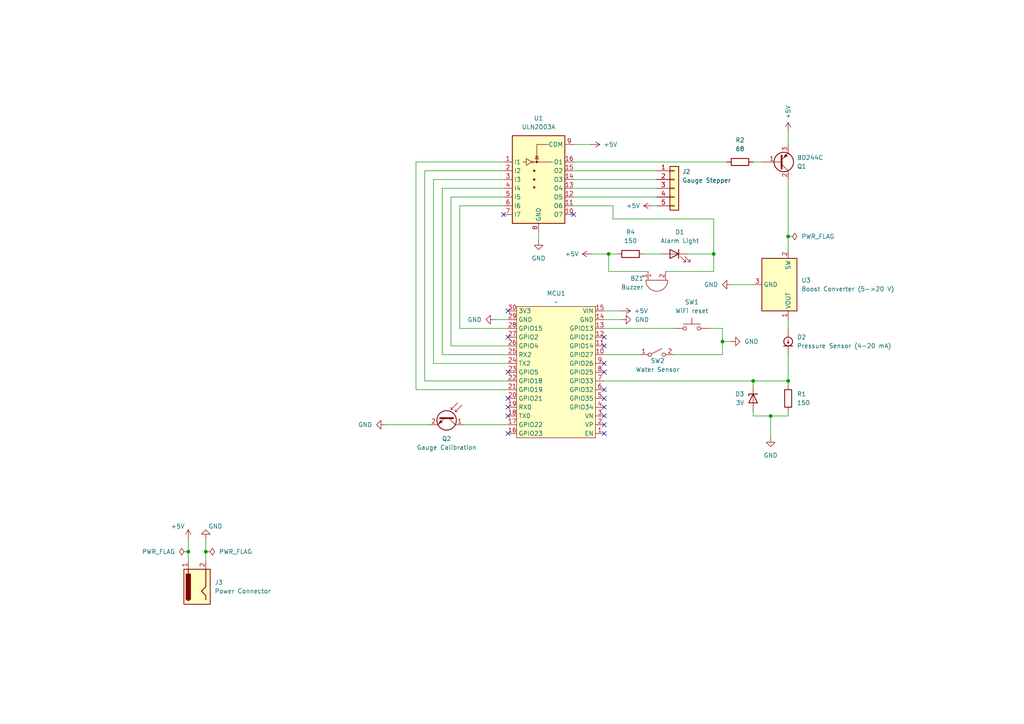
<source format=kicad_sch>
(kicad_sch (version 20231120) (generator "eeschema") (generator_version "8.0")
  (paper "A4")
  (title_block (title "Smart Cistern") (date "2024-06-27") (rev "0"))
  (lib_symbols
    (symbol "Cistern:ESP32-NodeMCU"
      (property "Reference" "MCU" (at -0.254 20.574 0))
      (symbol "ESP32-NodeMCU_0_1"
        (rectangle (start -11.43 19.05) (end 11.43 -19.05) (fill (type background)))
      )
      (symbol "ESP32-NodeMCU_1_1"
        (pin bidirectional line (at -13.97 17.78 0) (length 2.54) (name "EN") (number "1"))
        (pin bidirectional line (at -13.97 -5.08 0) (length 2.54) (name "GPIO27") (number "10"))
        (pin bidirectional line (at -13.97 -7.62 0) (length 2.54) (name "GPIO14") (number "11"))
        (pin bidirectional line (at -13.97 -10.16 0) (length 2.54) (name "GPIO12") (number "12"))
        (pin bidirectional line (at -13.97 -12.7 0) (length 2.54) (name "GPIO13") (number "13"))
        (pin passive line (at -13.97 -15.24 0) (length 2.54) (name "GND") (number "14"))
        (pin power_in line (at -13.97 -17.78 0) (length 2.54) (name "VIN") (number "15"))
        (pin bidirectional line (at 13.97 17.78 180) (length 2.54) (name "GPIO23") (number "16"))
        (pin bidirectional line (at 13.97 15.24 180) (length 2.54) (name "GPIO22") (number "17"))
        (pin bidirectional line (at 13.97 12.7 180) (length 2.54) (name "TX0") (number "18"))
        (pin bidirectional line (at 13.97 10.16 180) (length 2.54) (name "RX0") (number "19"))
        (pin bidirectional line (at -13.97 15.24 0) (length 2.54) (name "VP") (number "2"))
        (pin bidirectional line (at 13.97 7.62 180) (length 2.54) (name "GPIO21") (number "20"))
        (pin bidirectional line (at 13.97 5.08 180) (length 2.54) (name "GPIO19") (number "21"))
        (pin bidirectional line (at 13.97 2.54 180) (length 2.54) (name "GPIO18") (number "22"))
        (pin bidirectional line (at 13.97 0 180) (length 2.54) (name "GPIO5") (number "23"))
        (pin bidirectional line (at 13.97 -2.54 180) (length 2.54) (name "TX2") (number "24"))
        (pin bidirectional line (at 13.97 -5.08 180) (length 2.54) (name "RX2") (number "25"))
        (pin bidirectional line (at 13.97 -7.62 180) (length 2.54) (name "GPIO4") (number "26"))
        (pin bidirectional line (at 13.97 -10.16 180) (length 2.54) (name "GPIO2") (number "27"))
        (pin bidirectional line (at 13.97 -12.7 180) (length 2.54) (name "GPIO15") (number "28"))
        (pin passive line (at 13.97 -15.24 180) (length 2.54) (name "GND") (number "29"))
        (pin bidirectional line (at -13.97 12.7 0) (length 2.54) (name "VN") (number "3"))
        (pin bidirectional line (at 13.97 -17.78 180) (length 2.54) (name "3V3") (number "30"))
        (pin bidirectional line (at -13.97 10.16 0) (length 2.54) (name "GPIO34") (number "4"))
        (pin bidirectional line (at -13.97 7.62 0) (length 2.54) (name "GPIO35") (number "5"))
        (pin bidirectional line (at -13.97 5.08 0) (length 2.54) (name "GPIO32") (number "6"))
        (pin bidirectional line (at -13.97 2.54 0) (length 2.54) (name "GPIO33") (number "7"))
        (pin bidirectional line (at -13.97 0 0) (length 2.54) (name "GPIO25") (number "8"))
        (pin bidirectional line (at -13.97 -2.54 0) (length 2.54) (name "GPIO26") (number "9"))
      )
    )
    (symbol "Connector:Jack-DC" (pin_names (offset 1.016))
      (property "Reference" "J" (at 0 5.334 0))
      (property "Value" "Jack-DC" (at 0 -5.08 0))
      (symbol "Jack-DC_0_1"
        (rectangle (start -5.08 3.81) (end 5.08 -3.81) (stroke (width 0.254)) (fill (type background)))
        (arc (start -3.302 3.175) (mid -3.9343 2.54) (end -3.302 1.905) (stroke (width 0.254)))
        (arc (start -3.302 3.175) (mid -3.9343 2.54) (end -3.302 1.905) (stroke (width 0.254)) (fill (type outline)))
        (polyline (pts (xy 5.08 2.54) (xy 3.81 2.54)) (stroke (width 0.254)))
        (polyline (pts (xy -3.81 -2.54) (xy -2.54 -2.54) (xy -1.27 -1.27) (xy 0 -2.54) (xy 2.54 -2.54) (xy 5.08 -2.54)) (stroke (width 0.254)))
        (rectangle (start 3.683 3.175) (end -3.302 1.905) (stroke (width 0.254)) (fill (type outline)))
      )
      (symbol "Jack-DC_1_1"
        (pin passive line (at 7.62 2.54 180) (length 2.54) (name "~") (number "1"))
        (pin passive line (at 7.62 -2.54 180) (length 2.54) (name "~") (number "2"))
      )
    )
    (symbol "Connector_Generic:Conn_01x05" (pin_names (offset 1.016) hide)
      (property "Reference" "J" (at 0 7.62 0))
      (property "Value" "Conn_01x05" (at 0 -7.62 0))
      (symbol "Conn_01x05_1_1"
        (rectangle (start -1.27 -4.953) (end 0 -5.207) (stroke (width 0.1524)))
        (rectangle (start -1.27 -2.413) (end 0 -2.667) (stroke (width 0.1524)))
        (rectangle (start -1.27 0.127) (end 0 -0.127) (stroke (width 0.1524)))
        (rectangle (start -1.27 2.667) (end 0 2.413) (stroke (width 0.1524)))
        (rectangle (start -1.27 5.207) (end 0 4.953) (stroke (width 0.1524)))
        (rectangle (start -1.27 6.35) (end 1.27 -6.35) (stroke (width 0.254)) (fill (type background)))
        (pin passive line (at -5.08 5.08 0) (length 3.81) (name "Pin_1") (number "1"))
        (pin passive line (at -5.08 2.54 0) (length 3.81) (name "Pin_2") (number "2"))
        (pin passive line (at -5.08 0 0) (length 3.81) (name "Pin_3") (number "3"))
        (pin passive line (at -5.08 -2.54 0) (length 3.81) (name "Pin_4") (number "4"))
        (pin passive line (at -5.08 -5.08 0) (length 3.81) (name "Pin_5") (number "5"))
      )
    )
    (symbol "Device:Buzzer" (pin_names (offset 0.0254) hide)
      (property "Reference" "BZ" (at 3.81 1.27 0))
      (property "Value" "Buzzer" (at 3.81 -1.27 0))
      (symbol "Buzzer_0_1"
        (arc (start 0 -3.175) (mid 3.1612 0) (end 0 3.175))
        (polyline (pts (xy -1.651 1.905) (xy -1.143 1.905)))
        (polyline (pts (xy -1.397 2.159) (xy -1.397 1.651)))
        (polyline (pts (xy 0 3.175) (xy 0 -3.175)))
      )
      (symbol "Buzzer_1_1"
        (pin passive line (at -2.54 2.54 0) (length 2.54) (name "+") (number "1"))
        (pin passive line (at -2.54 -2.54 0) (length 2.54) (name "-") (number "2"))
      )
    )
    (symbol "Device:D_Current-regulator" (pin_numbers hide) (pin_names (offset 1.016) hide)
      (property "Reference" "D" (at 0 2.54 0))
      (property "Value" "D_Current-regulator" (at 0 -2.54 0))
      (symbol "D_Current-regulator_0_1"
        (polyline (pts (xy -1.27 1.27) (xy -1.27 -1.27)) (stroke (width 0.254)))
      )
      (symbol "D_Current-regulator_1_1"
        (polyline (pts (xy -0.127 0) (xy 0.635 0)))
        (polyline (pts (xy -0.127 0.254) (xy -0.635 0) (xy -0.127 -0.254) (xy -0.127 0.254)) (fill (type outline)))
        (circle (center 0 0) (radius 1.27) (stroke (width 0.254)))
        (pin passive line (at -3.81 0 0) (length 2.54) (name "K") (number "1"))
        (pin passive line (at 3.81 0 180) (length 2.54) (name "A") (number "2"))
      )
    )
    (symbol "Device:D_Zener" (pin_numbers hide) (pin_names (offset 1.016) hide)
      (property "Reference" "D" (at 0 2.54 0))
      (property "Value" "D_Zener" (at 0 -2.54 0))
      (symbol "D_Zener_0_1"
        (polyline (pts (xy 1.27 0) (xy -1.27 0)))
        (polyline (pts (xy -1.27 -1.27) (xy -1.27 1.27) (xy -0.762 1.27)) (stroke (width 0.254)))
        (polyline (pts (xy 1.27 -1.27) (xy 1.27 1.27) (xy -1.27 0) (xy 1.27 -1.27)) (stroke (width 0.254)))
      )
      (symbol "D_Zener_1_1"
        (pin passive line (at -3.81 0 0) (length 2.54) (name "K") (number "1"))
        (pin passive line (at 3.81 0 180) (length 2.54) (name "A") (number "2"))
      )
    )
    (symbol "Device:LED" (pin_numbers hide) (pin_names (offset 1.016) hide)
      (property "Reference" "D" (at 0 2.54 0))
      (property "Value" "LED" (at 0 -2.54 0))
      (symbol "LED_0_1"
        (polyline (pts (xy -1.27 -1.27) (xy -1.27 1.27)) (stroke (width 0.254)))
        (polyline (pts (xy -1.27 0) (xy 1.27 0)))
        (polyline (pts (xy 1.27 -1.27) (xy 1.27 1.27) (xy -1.27 0) (xy 1.27 -1.27)) (stroke (width 0.254)))
        (polyline (pts (xy -3.048 -0.762) (xy -4.572 -2.286) (xy -3.81 -2.286) (xy -4.572 -2.286) (xy -4.572 -1.524)))
        (polyline (pts (xy -1.778 -0.762) (xy -3.302 -2.286) (xy -2.54 -2.286) (xy -3.302 -2.286) (xy -3.302 -1.524)))
      )
      (symbol "LED_1_1"
        (pin passive line (at -3.81 0 0) (length 2.54) (name "K") (number "1"))
        (pin passive line (at 3.81 0 180) (length 2.54) (name "A") (number "2"))
      )
    )
    (symbol "Device:Q_PNP_BCE" (pin_names (offset 0) hide)
      (property "Reference" "Q" (at 5.08 1.27 0))
      (property "Value" "Q_PNP_BCE" (at 5.08 -1.27 0))
      (symbol "Q_PNP_BCE_0_1"
        (polyline (pts (xy 0.635 0.635) (xy 2.54 2.54)))
        (polyline (pts (xy 0.635 -0.635) (xy 2.54 -2.54) (xy 2.54 -2.54)))
        (polyline (pts (xy 0.635 1.905) (xy 0.635 -1.905) (xy 0.635 -1.905)) (stroke (width 0.508)))
        (polyline (pts (xy 2.286 -1.778) (xy 1.778 -2.286) (xy 1.27 -1.27) (xy 2.286 -1.778) (xy 2.286 -1.778)) (fill (type outline)))
        (circle (center 1.27 0) (radius 2.8194) (stroke (width 0.254)))
      )
      (symbol "Q_PNP_BCE_1_1"
        (pin input line (at -5.08 0 0) (length 5.715) (name "B") (number "1"))
        (pin passive line (at 2.54 5.08 270) (length 2.54) (name "C") (number "2"))
        (pin passive line (at 2.54 -5.08 90) (length 2.54) (name "E") (number "3"))
      )
    )
    (symbol "Device:Q_Photo_NPN" (pin_names (offset 0) hide)
      (property "Reference" "Q" (at 5.08 1.27 0))
      (property "Value" "Q_Photo_NPN" (at 5.08 -1.27 0))
      (symbol "Q_Photo_NPN_0_1"
        (polyline (pts (xy -1.905 1.27) (xy -2.54 1.27)))
        (polyline (pts (xy -1.27 2.54) (xy -1.905 2.54)))
        (polyline (pts (xy 0.635 0.635) (xy 2.54 2.54)))
        (polyline (pts (xy -3.81 3.175) (xy -1.905 1.27) (xy -1.905 1.905)))
        (polyline (pts (xy -3.175 4.445) (xy -1.27 2.54) (xy -1.27 3.175)))
        (polyline (pts (xy 0.635 -0.635) (xy 2.54 -2.54) (xy 2.54 -2.54)))
        (polyline (pts (xy 0.635 1.905) (xy 0.635 -1.905) (xy 0.635 -1.905)) (stroke (width 0.508)))
        (polyline (pts (xy 1.27 -1.778) (xy 1.778 -1.27) (xy 2.286 -2.286) (xy 1.27 -1.778) (xy 1.27 -1.778)) (fill (type outline)))
        (circle (center 1.27 0) (radius 2.8194) (stroke (width 0.254)))
      )
      (symbol "Q_Photo_NPN_1_1"
        (pin passive line (at 2.54 5.08 270) (length 2.54) (name "C") (number "1"))
        (pin passive line (at 2.54 -5.08 90) (length 2.54) (name "E") (number "2"))
      )
    )
    (symbol "Device:R" (pin_numbers hide) (pin_names (offset 0))
      (property "Reference" "R" (at 2.032 0 90))
      (property "Value" "R" (at 0 0 90))
      (symbol "R_0_1"
        (rectangle (start -1.016 -2.54) (end 1.016 2.54) (stroke (width 0.254)))
      )
      (symbol "R_1_1"
        (pin passive line (at 0 3.81 270) (length 1.27) (name "~") (number "1"))
        (pin passive line (at 0 -3.81 90) (length 1.27) (name "~") (number "2"))
      )
    )
    (symbol "Regulator_Switching:TPS613222ADBZ"
      (property "Reference" "U" (at -7.62 6.35 0))
      (property "Value" "TPS613222ADBZ" (at 2.54 6.35 0))
      (symbol "TPS613222ADBZ_0_1"
        (rectangle (start -7.62 5.08) (end 7.62 -5.08) (stroke (width 0.254)) (fill (type background)))
      )
      (symbol "TPS613222ADBZ_1_1"
        (pin power_out line (at 10.16 2.54 180) (length 2.54) (name "VOUT") (number "1"))
        (pin power_in line (at -10.16 2.54 0) (length 2.54) (name "SW") (number "2"))
        (pin power_in line (at 0 -7.62 90) (length 2.54) (name "GND") (number "3"))
      )
    )
    (symbol "Switch:SW_Push" (pin_numbers hide) (pin_names (offset 1.016) hide)
      (property "Reference" "SW" (at 1.27 2.54 0))
      (property "Value" "SW_Push" (at 0 -1.524 0))
      (symbol "SW_Push_0_1"
        (circle (center -2.032 0) (radius 0.508))
        (polyline (pts (xy 0 1.27) (xy 0 3.048)))
        (polyline (pts (xy 2.54 1.27) (xy -2.54 1.27)))
        (circle (center 2.032 0) (radius 0.508))
        (pin passive line (at -5.08 0 0) (length 2.54) (name "1") (number "1"))
        (pin passive line (at 5.08 0 180) (length 2.54) (name "2") (number "2"))
      )
    )
    (symbol "Switch:SW_SPST" (pin_names (offset 0) hide)
      (property "Reference" "SW" (at 0 3.175 0))
      (property "Value" "SW_SPST" (at 0 -2.54 0))
      (symbol "SW_SPST_0_0"
        (circle (center -2.032 0) (radius 0.508))
        (polyline (pts (xy -1.524 0.254) (xy 1.524 1.778)))
        (circle (center 2.032 0) (radius 0.508))
      )
      (symbol "SW_SPST_1_1"
        (pin passive line (at -5.08 0 0) (length 2.54) (name "A") (number "1"))
        (pin passive line (at 5.08 0 180) (length 2.54) (name "B") (number "2"))
      )
    )
    (symbol "Transistor_Array:ULN2003A"
      (property "Reference" "U" (at 0 15.875 0))
      (property "Value" "ULN2003A" (at 0 13.97 0))
      (symbol "ULN2003A_0_1"
        (rectangle (start -7.62 -12.7) (end 7.62 12.7) (stroke (width 0.254)) (fill (type background)))
        (circle (center -1.778 5.08) (radius 0.254))
        (circle (center -1.27 -2.286) (radius 0.254) (fill (type outline)))
        (circle (center -1.27 0) (radius 0.254) (fill (type outline)))
        (circle (center -1.27 2.54) (radius 0.254) (fill (type outline)))
        (circle (center -0.508 5.08) (radius 0.254) (fill (type outline)))
        (polyline (pts (xy -4.572 5.08) (xy -3.556 5.08)))
        (polyline (pts (xy -1.524 5.08) (xy 4.064 5.08)))
        (polyline (pts (xy 0 6.731) (xy -1.016 6.731)))
        (polyline (pts (xy -0.508 5.08) (xy -0.508 10.16) (xy 2.921 10.16)))
        (polyline (pts (xy -3.556 6.096) (xy -3.556 4.064) (xy -2.032 5.08) (xy -3.556 6.096)))
        (polyline (pts (xy 0 5.969) (xy -1.016 5.969) (xy -0.508 6.731) (xy 0 5.969)))
      )
      (symbol "ULN2003A_1_1"
        (pin input line (at -10.16 5.08 0) (length 2.54) (name "I1") (number "1"))
        (pin open_collector line (at 10.16 -10.16 180) (length 2.54) (name "O7") (number "10"))
        (pin open_collector line (at 10.16 -7.62 180) (length 2.54) (name "O6") (number "11"))
        (pin open_collector line (at 10.16 -5.08 180) (length 2.54) (name "O5") (number "12"))
        (pin open_collector line (at 10.16 -2.54 180) (length 2.54) (name "O4") (number "13"))
        (pin open_collector line (at 10.16 0 180) (length 2.54) (name "O3") (number "14"))
        (pin open_collector line (at 10.16 2.54 180) (length 2.54) (name "O2") (number "15"))
        (pin open_collector line (at 10.16 5.08 180) (length 2.54) (name "O1") (number "16"))
        (pin input line (at -10.16 2.54 0) (length 2.54) (name "I2") (number "2"))
        (pin input line (at -10.16 0 0) (length 2.54) (name "I3") (number "3"))
        (pin input line (at -10.16 -2.54 0) (length 2.54) (name "I4") (number "4"))
        (pin input line (at -10.16 -5.08 0) (length 2.54) (name "I5") (number "5"))
        (pin input line (at -10.16 -7.62 0) (length 2.54) (name "I6") (number "6"))
        (pin input line (at -10.16 -10.16 0) (length 2.54) (name "I7") (number "7"))
        (pin power_in line (at 0 -15.24 90) (length 2.54) (name "GND") (number "8"))
        (pin passive line (at 10.16 10.16 180) (length 2.54) (name "COM") (number "9"))
      )
    )
    (symbol "power:+5V" (power) (pin_numbers hide) (pin_names (offset 0) hide)
      (property "Value" "+5V" (at 0 3.556 0))
      (symbol "+5V_0_1"
        (polyline (pts (xy -0.762 1.27) (xy 0 2.54)))
        (polyline (pts (xy 0 0) (xy 0 2.54)))
        (polyline (pts (xy 0 2.54) (xy 0.762 1.27)))
      )
      (symbol "+5V_1_1"
        (pin power_in line (at 0 0 90) (length 0) (name "~") (number "1"))
      )
    )
    (symbol "power:GND" (power) (pin_numbers hide) (pin_names (offset 0) hide)
      (property "Value" "GND" (at 0 -3.81 0))
      (symbol "GND_0_1"
        (polyline (pts (xy 0 0) (xy 0 -1.27) (xy 1.27 -1.27) (xy 0 -2.54) (xy -1.27 -1.27) (xy 0 -1.27)))
      )
      (symbol "GND_1_1"
        (pin power_in line (at 0 0 270) (length 0) (name "~") (number "1"))
      )
    )
    (symbol "power:PWR_FLAG" (power) (pin_numbers hide) (pin_names (offset 0) hide)
      (property "Value" "PWR_FLAG" (at 0 3.81 0))
      (symbol "PWR_FLAG_0_0"
        (pin power_out line (at 0 0 90) (length 0) (name "~") (number "1"))
      )
      (symbol "PWR_FLAG_0_1"
        (polyline (pts (xy 0 0) (xy 0 1.27) (xy -1.016 1.905) (xy 0 2.54) (xy 1.016 1.905) (xy 0 1.27)))
      )
    )
  )
  (junction (at 209.55 99.06))
  (junction (at 54.61 160.02))
  (junction (at 218.44 110.49))
  (junction (at 228.6 68.58))
  (junction (at 176.53 73.66))
  (junction (at 207.01 73.66))
  (junction (at 59.69 160.02))
  (junction (at 228.6 110.49))
  (junction (at 223.52 120.65))
  (no_connect (at 147.32 115.57))
  (no_connect (at 147.32 120.65))
  (no_connect (at 147.32 107.95))
  (no_connect (at 175.26 118.11))
  (no_connect (at 175.26 125.73))
  (no_connect (at 147.32 90.17))
  (no_connect (at 147.32 125.73))
  (no_connect (at 175.26 105.41))
  (no_connect (at 175.26 100.33))
  (no_connect (at 175.26 123.19))
  (no_connect (at 175.26 120.65))
  (no_connect (at 146.05 62.23))
  (no_connect (at 166.37 62.23))
  (no_connect (at 147.32 97.79))
  (no_connect (at 175.26 113.03))
  (no_connect (at 175.26 97.79))
  (no_connect (at 147.32 118.11))
  (no_connect (at 175.26 107.95))
  (no_connect (at 175.26 115.57))
  (wire (pts (xy 175.26 110.49) (xy 218.44 110.49)))
  (wire (pts (xy 207.01 78.74) (xy 207.01 73.66)))
  (wire (pts (xy 133.35 95.25) (xy 147.32 95.25)))
  (wire (pts (xy 120.65 46.99) (xy 120.65 113.03)))
  (wire (pts (xy 189.23 59.69) (xy 190.5 59.69)))
  (wire (pts (xy 218.44 110.49) (xy 218.44 111.76)))
  (wire (pts (xy 218.44 119.38) (xy 218.44 120.65)))
  (wire (pts (xy 123.19 49.53) (xy 146.05 49.53)))
  (wire (pts (xy 54.61 160.02) (xy 54.61 162.56)))
  (wire (pts (xy 143.51 92.71) (xy 147.32 92.71)))
  (wire (pts (xy 156.21 67.31) (xy 156.21 69.85)))
  (wire (pts (xy 205.74 95.25) (xy 209.55 95.25)))
  (wire (pts (xy 130.81 57.15) (xy 130.81 100.33)))
  (wire (pts (xy 209.55 99.06) (xy 212.09 99.06)))
  (wire (pts (xy 223.52 120.65) (xy 228.6 120.65)))
  (wire (pts (xy 228.6 92.71) (xy 228.6 95.25)))
  (wire (pts (xy 54.61 156.21) (xy 54.61 160.02)))
  (wire (pts (xy 175.26 102.87) (xy 185.42 102.87)))
  (wire (pts (xy 133.35 59.69) (xy 133.35 95.25)))
  (wire (pts (xy 223.52 120.65) (xy 223.52 127)))
  (wire (pts (xy 128.27 54.61) (xy 128.27 102.87)))
  (wire (pts (xy 228.6 110.49) (xy 228.6 111.76)))
  (wire (pts (xy 111.76 123.19) (xy 124.46 123.19)))
  (wire (pts (xy 123.19 49.53) (xy 123.19 110.49)))
  (wire (pts (xy 175.26 95.25) (xy 195.58 95.25)))
  (wire (pts (xy 125.73 52.07) (xy 146.05 52.07)))
  (wire (pts (xy 166.37 46.99) (xy 210.82 46.99)))
  (wire (pts (xy 228.6 52.07) (xy 228.6 68.58)))
  (wire (pts (xy 228.6 68.58) (xy 228.6 72.39)))
  (wire (pts (xy 228.6 102.87) (xy 228.6 110.49)))
  (wire (pts (xy 130.81 57.15) (xy 146.05 57.15)))
  (wire (pts (xy 166.37 54.61) (xy 190.5 54.61)))
  (wire (pts (xy 125.73 105.41) (xy 147.32 105.41)))
  (wire (pts (xy 128.27 102.87) (xy 147.32 102.87)))
  (wire (pts (xy 199.39 73.66) (xy 207.01 73.66)))
  (wire (pts (xy 228.6 120.65) (xy 228.6 119.38)))
  (wire (pts (xy 176.53 78.74) (xy 176.53 73.66)))
  (wire (pts (xy 125.73 52.07) (xy 125.73 105.41)))
  (wire (pts (xy 166.37 41.91) (xy 171.45 41.91)))
  (wire (pts (xy 166.37 49.53) (xy 190.5 49.53)))
  (wire (pts (xy 209.55 95.25) (xy 209.55 99.06)))
  (wire (pts (xy 218.44 46.99) (xy 220.98 46.99)))
  (wire (pts (xy 59.69 160.02) (xy 59.69 162.56)))
  (wire (pts (xy 212.09 82.55) (xy 218.44 82.55)))
  (wire (pts (xy 128.27 54.61) (xy 146.05 54.61)))
  (wire (pts (xy 177.8 59.69) (xy 177.8 63.5)))
  (wire (pts (xy 176.53 73.66) (xy 171.45 73.66)))
  (wire (pts (xy 209.55 99.06) (xy 209.55 102.87)))
  (wire (pts (xy 187.96 78.74) (xy 176.53 78.74)))
  (wire (pts (xy 166.37 59.69) (xy 177.8 59.69)))
  (wire (pts (xy 195.58 102.87) (xy 209.55 102.87)))
  (wire (pts (xy 177.8 63.5) (xy 207.01 63.5)))
  (wire (pts (xy 133.35 59.69) (xy 146.05 59.69)))
  (wire (pts (xy 134.62 123.19) (xy 147.32 123.19)))
  (wire (pts (xy 166.37 57.15) (xy 190.5 57.15)))
  (wire (pts (xy 120.65 113.03) (xy 147.32 113.03)))
  (wire (pts (xy 130.81 100.33) (xy 147.32 100.33)))
  (wire (pts (xy 218.44 110.49) (xy 228.6 110.49)))
  (wire (pts (xy 176.53 73.66) (xy 179.07 73.66)))
  (wire (pts (xy 59.69 156.21) (xy 59.69 160.02)))
  (wire (pts (xy 123.19 110.49) (xy 147.32 110.49)))
  (wire (pts (xy 180.34 90.17) (xy 175.26 90.17)))
  (wire (pts (xy 175.26 92.71) (xy 180.34 92.71)))
  (wire (pts (xy 166.37 52.07) (xy 190.5 52.07)))
  (wire (pts (xy 193.04 78.74) (xy 207.01 78.74)))
  (wire (pts (xy 191.77 73.66) (xy 186.69 73.66)))
  (wire (pts (xy 228.6 38.1) (xy 228.6 41.91)))
  (wire (pts (xy 120.65 46.99) (xy 146.05 46.99)))
  (wire (pts (xy 218.44 120.65) (xy 223.52 120.65)))
  (wire (pts (xy 207.01 63.5) (xy 207.01 73.66)))
  (symbol (lib_id "power:+5V") (at 54.61 156.21 0) (unit 1)
    (property "Reference" "#PWR03" (effects (hide yes)))
    (property "Value" "+5V" (at 51.562 152.654 0))
    (property "Description" "Power symbol creates a global label with name \"+5V\"" (effects (hide yes)))
  )
  (symbol (lib_id "power:PWR_FLAG") (at 54.61 160.02 90) (unit 1)
    (property "Reference" "#FLG01" (effects (hide yes)))
    (property "Value" "PWR_FLAG" (at 50.8 160.0199 90) (effects (justify left)))
    (property "Description" "Special symbol for telling ERC where power comes from" (effects (hide yes)))
  )
  (symbol (lib_id "power:GND") (at 143.51 92.71 270) (unit 1)
    (property "Reference" "#PWR01" (effects (hide yes)))
    (property "Value" "GND" (at 139.7 92.7099 90) (effects (justify right)))
    (property "Description" "Power symbol creates a global label with name \"GND\" , ground" (effects (hide yes)))
  )
  (symbol (lib_id "Connector_Generic:Conn_01x05") (at 195.58 54.61 0) (unit 1)
    (property "Reference" "J2" (at 197.866 49.784 0) (effects (justify left)))
    (property "Value" "Gauge Stepper" (at 197.866 52.324 0) (effects (justify left)))
    (property "Footprint" "Cistern:JST_XH_B5B-XH-A_1x05_P2.54mm_Vertical" (effects (hide yes)))
    (property "Description" "Generic connector, single row, 01x05, script generated (kicad-library-utils/schlib/autogen/connector/)" (effects (hide yes)))
  )
  (symbol (lib_id "power:GND") (at 223.52 127 0) (unit 1)
    (property "Reference" "#PWR010" (effects (hide yes)))
    (property "Value" "GND" (at 223.52 132.08 0))
    (property "Description" "Power symbol creates a global label with name \"GND\" , ground" (effects (hide yes)))
  )
  (symbol (lib_id "power:GND") (at 111.76 123.19 270) (unit 1)
    (property "Reference" "#PWR09" (effects (hide yes)))
    (property "Value" "GND" (at 107.95 123.1899 90) (effects (justify right)))
    (property "Description" "Power symbol creates a global label with name \"GND\" , ground" (effects (hide yes)))
  )
  (symbol (lib_id "Transistor_Array:ULN2003A") (at 156.21 52.07 0) (unit 1)
    (property "Reference" "U1" (at 156.21 34.29 0))
    (property "Value" "ULN2003A" (at 156.21 36.83 0))
    (property "Footprint" "Package_DIP:DIP-16_W7.62mm_Socket" (effects (hide yes)))
    (property "Datasheet" "http://www.ti.com/lit/ds/symlink/uln2003a.pdf" (effects (hide yes)))
    (property "Description" "High Voltage, High Current Darlington Transistor Arrays, SOIC16/SOIC16W/DIP16/TSSOP16" (effects (hide yes)))
  )
  (symbol (lib_id "Cistern:ESP32-NodeMCU") (at 161.29 107.95 180) (unit 1)
    (property "Reference" "MCU1" (at 161.29 85.09 0))
    (property "Value" "~" (at 161.29 87.63 0))
    (property "Footprint" "Cistern:ESP32-NodeMCU" (effects (hide yes)))
  )
  (symbol (lib_id "Switch:SW_SPST") (at 190.5 102.87 0) (unit 1)
    (property "Reference" "SW2" (at 190.754 104.648 0))
    (property "Value" "Water Sensor" (at 190.754 107.188 0))
    (property "Footprint" "Connector_PinHeader_2.54mm:PinHeader_1x02_P2.54mm_Vertical" (effects (hide yes)))
    (property "Description" "Single Pole Single Throw (SPST) switch" (effects (hide yes)))
  )
  (symbol (lib_id "Device:R") (at 228.6 115.57 0) (unit 1)
    (property "Reference" "R1" (at 231.14 114.2999 0) (effects (justify left)))
    (property "Value" "150" (at 231.14 116.8399 0) (effects (justify left)))
    (property "Footprint" "Resistor_THT:R_Axial_DIN0207_L6.3mm_D2.5mm_P7.62mm_Horizontal" (effects (hide yes)))
    (property "Description" "Resistor" (effects (hide yes)))
  )
  (symbol (lib_id "power:+5V") (at 171.45 41.91 270) (unit 1)
    (property "Reference" "#PWR07" (effects (hide yes)))
    (property "Value" "+5V" (at 177.038 41.91 90))
    (property "Description" "Power symbol creates a global label with name \"+5V\"" (effects (hide yes)))
  )
  (symbol (lib_id "Device:Q_PNP_BCE") (at 226.06 46.99 0) (mirror x) (unit 1)
    (property "Reference" "Q1" (at 231.14 48.2601 0) (effects (justify left)))
    (property "Value" "BD244C" (at 231.14 45.7201 0) (effects (justify left)))
    (property "Footprint" "Package_TO_SOT_THT:TO-220-3_Vertical" (effects (hide yes)))
    (property "Description" "PNP transistor, base/collector/emitter" (effects (hide yes)))
  )
  (symbol (lib_id "power:GND") (at 59.69 156.21 180) (unit 1)
    (property "Reference" "#PWR02" (effects (hide yes)))
    (property "Value" "GND" (at 62.484 152.654 0))
    (property "Description" "Power symbol creates a global label with name \"GND\" , ground" (effects (hide yes)))
  )
  (symbol (lib_id "Device:Q_Photo_NPN") (at 129.54 120.65 270) (unit 1)
    (property "Reference" "Q2" (at 129.54 127.254 90))
    (property "Value" "Gauge Calibration" (at 129.54 129.794 90))
    (property "Footprint" "Connector_PinHeader_2.54mm:PinHeader_1x02_P2.54mm_Vertical" (effects (hide yes)))
    (property "Description" "NPN phototransistor, collector/emitter" (effects (hide yes)))
  )
  (symbol (lib_id "power:GND") (at 212.09 99.06 90) (unit 1)
    (property "Reference" "#PWR04" (effects (hide yes)))
    (property "Value" "GND" (at 215.9 99.0599 90) (effects (justify right)))
    (property "Description" "Power symbol creates a global label with name \"GND\" , ground" (effects (hide yes)))
  )
  (symbol (lib_id "power:GND") (at 156.21 69.85 0) (unit 1)
    (property "Reference" "#PWR06" (effects (hide yes)))
    (property "Value" "GND" (at 156.21 74.93 0))
    (property "Description" "Power symbol creates a global label with name \"GND\" , ground" (effects (hide yes)))
  )
  (symbol (lib_id "Device:D_Zener") (at 218.44 115.57 90) (mirror x) (unit 1)
    (property "Reference" "D3" (at 215.9 114.2999 90) (effects (justify left)))
    (property "Value" "3V" (at 215.9 116.8399 90) (effects (justify left)))
    (property "Footprint" "Diode_THT:D_A-405_P7.62mm_Horizontal" (effects (hide yes)))
    (property "Description" "Zener diode" (effects (hide yes)))
  )
  (symbol (lib_id "Device:R") (at 214.63 46.99 270) (unit 1)
    (property "Reference" "R2" (at 214.63 40.64 90))
    (property "Value" "68" (at 214.63 43.18 90))
    (property "Footprint" "Resistor_THT:R_Axial_DIN0207_L6.3mm_D2.5mm_P7.62mm_Horizontal" (effects (hide yes)))
    (property "Description" "Resistor" (effects (hide yes)))
  )
  (symbol (lib_id "power:+5V") (at 171.45 73.66 90) (mirror x) (unit 1)
    (property "Reference" "#PWR013" (effects (hide yes)))
    (property "Value" "+5V" (at 165.862 73.66 90))
    (property "Description" "Power symbol creates a global label with name \"+5V\"" (effects (hide yes)))
  )
  (symbol (lib_id "Device:Buzzer") (at 190.5 81.28 90) (mirror x) (unit 1)
    (property "Reference" "BZ1" (at 186.69 80.765 90) (effects (justify left)))
    (property "Value" "Buzzer" (at 186.69 83.305 90) (effects (justify left)))
    (property "Footprint" "Cistern:AZDelivery_KY-012_Buzzer" (effects (hide yes)))
    (property "Description" "Buzzer, polarized" (effects (hide yes)))
  )
  (symbol (lib_id "Connector:Jack-DC") (at 57.15 170.18 90) (unit 1)
    (property "Reference" "J3" (at 62.23 168.9099 90) (effects (justify right)))
    (property "Value" "Power Connector" (at 62.23 171.4499 90) (effects (justify right)))
    (property "Footprint" "TerminalBlock:TerminalBlock_bornier-2_P5.08mm" (effects (hide yes)))
    (property "Description" "DC Barrel Jack" (effects (hide yes)))
  )
  (symbol (lib_id "power:+5V") (at 228.6 38.1 0) (unit 1)
    (property "Reference" "#PWR012" (effects (hide yes)))
    (property "Value" "+5V" (at 228.6 32.512 90))
    (property "Description" "Power symbol creates a global label with name \"+5V\"" (effects (hide yes)))
  )
  (symbol (lib_id "power:GND") (at 212.09 82.55 270) (unit 1)
    (property "Reference" "#PWR011" (effects (hide yes)))
    (property "Value" "GND" (at 208.28 82.5499 90) (effects (justify right)))
    (property "Description" "Power symbol creates a global label with name \"GND\" , ground" (effects (hide yes)))
  )
  (symbol (lib_id "power:PWR_FLAG") (at 59.69 160.02 270) (unit 1)
    (property "Reference" "#FLG02" (effects (hide yes)))
    (property "Value" "PWR_FLAG" (at 63.5 160.0199 90) (effects (justify left)))
    (property "Description" "Special symbol for telling ERC where power comes from" (effects (hide yes)))
  )
  (symbol (lib_id "Device:LED") (at 195.58 73.66 0) (mirror y) (unit 1)
    (property "Reference" "D1" (at 197.1675 67.31 0))
    (property "Value" "Alarm Light" (at 197.1675 69.85 0))
    (property "Footprint" "LED_THT:LED_D5.0mm" (effects (hide yes)))
    (property "Description" "Light emitting diode" (effects (hide yes)))
  )
  (symbol (lib_id "power:PWR_FLAG") (at 228.6 68.58 270) (unit 1)
    (property "Reference" "#FLG03" (effects (hide yes)))
    (property "Value" "PWR_FLAG" (at 232.41 68.5799 90) (effects (justify left)))
    (property "Description" "Special symbol for telling ERC where power comes from" (effects (hide yes)))
  )
  (symbol (lib_id "Switch:SW_Push") (at 200.66 95.25 0) (unit 1)
    (property "Reference" "SW1" (at 200.66 87.63 0))
    (property "Value" "WiFi reset" (at 200.66 90.17 0))
    (property "Footprint" "Button_Switch_THT:SW_PUSH_6mm" (effects (hide yes)))
    (property "Description" "Push button switch, generic, two pins" (effects (hide yes)))
  )
  (symbol (lib_id "power:+5V") (at 180.34 90.17 270) (unit 1)
    (property "Reference" "#PWR05" (effects (hide yes)))
    (property "Value" "+5V" (at 185.928 90.17 90))
    (property "Description" "Power symbol creates a global label with name \"+5V\"" (effects (hide yes)))
  )
  (symbol (lib_id "power:GND") (at 180.34 92.71 90) (unit 1)
    (property "Reference" "#PWR014" (effects (hide yes)))
    (property "Value" "GND" (at 184.15 92.7099 90) (effects (justify right)))
    (property "Description" "Power symbol creates a global label with name \"GND\" , ground" (effects (hide yes)))
  )
  (symbol (lib_id "power:+5V") (at 189.23 59.69 90) (unit 1)
    (property "Reference" "#PWR08" (effects (hide yes)))
    (property "Value" "+5V" (at 183.642 59.69 90))
    (property "Description" "Power symbol creates a global label with name \"+5V\"" (effects (hide yes)))
  )
  (symbol (lib_id "Device:D_Current-regulator") (at 228.6 99.06 90) (unit 1)
    (property "Reference" "D2" (at 231.14 97.7899 90) (effects (justify right)))
    (property "Value" "Pressure Sensor (4-20 mA)" (at 231.14 100.3299 90) (effects (justify right)))
    (property "Footprint" "Connector_PinHeader_2.54mm:PinHeader_1x02_P2.54mm_Vertical" (effects (hide yes)))
    (property "Description" "Constant-current diode / current limiting diode / current regulator diode, IEC60747-3:2013" (effects (hide yes)))
  )
  (symbol (lib_id "Device:R") (at 182.88 73.66 270) (mirror x) (unit 1)
    (property "Reference" "R4" (at 182.88 67.31 90))
    (property "Value" "150" (at 182.88 69.85 90))
    (property "Footprint" "Resistor_THT:R_Axial_DIN0207_L6.3mm_D2.5mm_P7.62mm_Horizontal" (effects (hide yes)))
    (property "Description" "Resistor" (effects (hide yes)))
  )
  (symbol (lib_id "Regulator_Switching:TPS613222ADBZ") (at 226.06 82.55 270) (unit 1)
    (property "Reference" "U3" (at 232.41 81.2799 90) (effects (justify left)))
    (property "Value" "Boost Converter (5->20 V)" (at 232.41 83.8199 90) (effects (justify left)))
    (property "Footprint" "Cistern:DC-DC_Module_XL6009E1" (effects (hide yes)))
    (property "Datasheet" "http://www.ti.com/lit/ds/symlink/tps61322.pdf" (effects (hide yes)))
    (property "Description" "1.8A Step-Up Converter, 5V Output Voltage, 0.9-5.5V Input Voltage, SOT-23" (effects (hide yes)))
  )
)
</source>
